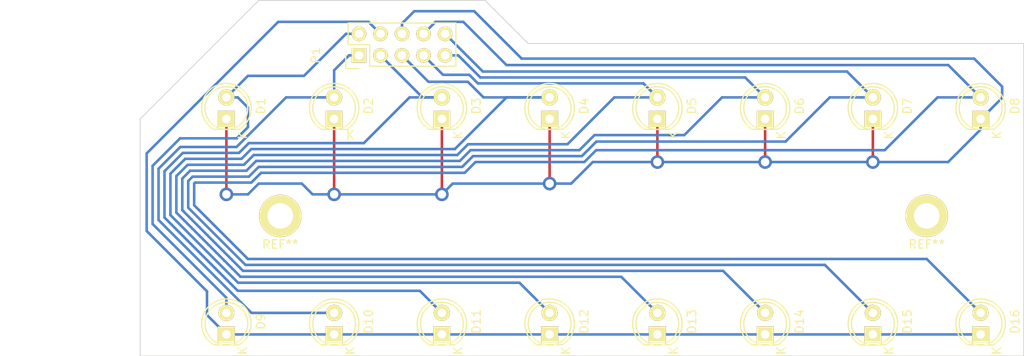
<source format=kicad_pcb>
(kicad_pcb (version 4) (host pcbnew 4.0.2-stable)

  (general
    (links 32)
    (no_connects 0)
    (area 24.464287 49.479999 144.939 91.490001)
    (thickness 1.6)
    (drawings 8)
    (tracks 187)
    (zones 0)
    (modules 19)
    (nets 11)
  )

  (page A4)
  (layers
    (0 F.Cu signal)
    (31 B.Cu signal)
    (32 B.Adhes user)
    (33 F.Adhes user)
    (34 B.Paste user)
    (35 F.Paste user)
    (36 B.SilkS user)
    (37 F.SilkS user)
    (38 B.Mask user)
    (39 F.Mask user)
    (40 Dwgs.User user)
    (41 Cmts.User user)
    (42 Eco1.User user)
    (43 Eco2.User user)
    (44 Edge.Cuts user)
    (45 Margin user)
    (46 B.CrtYd user)
    (47 F.CrtYd user)
    (48 B.Fab user)
    (49 F.Fab user)
  )

  (setup
    (last_trace_width 0.3)
    (trace_clearance 0.4)
    (zone_clearance 0.508)
    (zone_45_only no)
    (trace_min 0.2)
    (segment_width 0.2)
    (edge_width 0.1)
    (via_size 1.6)
    (via_drill 1)
    (via_min_size 0.4)
    (via_min_drill 0.3)
    (uvia_size 0.3)
    (uvia_drill 0.1)
    (uvias_allowed no)
    (uvia_min_size 0.2)
    (uvia_min_drill 0.1)
    (pcb_text_width 0.3)
    (pcb_text_size 1.5 1.5)
    (mod_edge_width 0.15)
    (mod_text_size 1 1)
    (mod_text_width 0.15)
    (pad_size 1.5 1.5)
    (pad_drill 0.6)
    (pad_to_mask_clearance 0)
    (aux_axis_origin 0 0)
    (visible_elements FFFFFF7F)
    (pcbplotparams
      (layerselection 0x01000_80000001)
      (usegerberextensions false)
      (excludeedgelayer true)
      (linewidth 0.100000)
      (plotframeref false)
      (viasonmask false)
      (mode 1)
      (useauxorigin false)
      (hpglpennumber 1)
      (hpglpenspeed 20)
      (hpglpendiameter 15)
      (hpglpenoverlay 2)
      (psnegative false)
      (psa4output false)
      (plotreference true)
      (plotvalue true)
      (plotinvisibletext false)
      (padsonsilk false)
      (subtractmaskfromsilk false)
      (outputformat 1)
      (mirror false)
      (drillshape 0)
      (scaleselection 1)
      (outputdirectory ../plans/v1_board_assembly/))
  )

  (net 0 "")
  (net 1 /DIGITA)
  (net 2 /SEG0)
  (net 3 /SEG1)
  (net 4 /SEG2)
  (net 5 /SEG3)
  (net 6 /SEG4)
  (net 7 /SEG5)
  (net 8 /SEG6)
  (net 9 /SEG7)
  (net 10 /DIGITB)

  (net_class Default "This is the default net class."
    (clearance 0.4)
    (trace_width 0.3)
    (via_dia 1.6)
    (via_drill 1)
    (uvia_dia 0.3)
    (uvia_drill 0.1)
    (add_net /DIGITA)
    (add_net /DIGITB)
    (add_net /SEG0)
    (add_net /SEG1)
    (add_net /SEG2)
    (add_net /SEG3)
    (add_net /SEG4)
    (add_net /SEG5)
    (add_net /SEG6)
    (add_net /SEG7)
  )

  (module Pin_Headers:Pin_Header_Straight_2x05 (layer F.Cu) (tedit 0) (tstamp 57AC486C)
    (at 66.421 56.007 90)
    (descr "Through hole pin header")
    (tags "pin header")
    (path /57AC80A3)
    (fp_text reference P1 (at 0 -5.1 90) (layer F.SilkS)
      (effects (font (size 1 1) (thickness 0.15)))
    )
    (fp_text value CONN_02X05 (at 0 -3.1 90) (layer F.Fab)
      (effects (font (size 1 1) (thickness 0.15)))
    )
    (fp_line (start -1.75 -1.75) (end -1.75 11.95) (layer F.CrtYd) (width 0.05))
    (fp_line (start 4.3 -1.75) (end 4.3 11.95) (layer F.CrtYd) (width 0.05))
    (fp_line (start -1.75 -1.75) (end 4.3 -1.75) (layer F.CrtYd) (width 0.05))
    (fp_line (start -1.75 11.95) (end 4.3 11.95) (layer F.CrtYd) (width 0.05))
    (fp_line (start 3.81 -1.27) (end 3.81 11.43) (layer F.SilkS) (width 0.15))
    (fp_line (start 3.81 11.43) (end -1.27 11.43) (layer F.SilkS) (width 0.15))
    (fp_line (start -1.27 11.43) (end -1.27 1.27) (layer F.SilkS) (width 0.15))
    (fp_line (start 3.81 -1.27) (end 1.27 -1.27) (layer F.SilkS) (width 0.15))
    (fp_line (start 0 -1.55) (end -1.55 -1.55) (layer F.SilkS) (width 0.15))
    (fp_line (start 1.27 -1.27) (end 1.27 1.27) (layer F.SilkS) (width 0.15))
    (fp_line (start 1.27 1.27) (end -1.27 1.27) (layer F.SilkS) (width 0.15))
    (fp_line (start -1.55 -1.55) (end -1.55 0) (layer F.SilkS) (width 0.15))
    (pad 1 thru_hole rect (at 0 0 90) (size 1.7272 1.7272) (drill 1.016) (layers *.Cu *.Mask F.SilkS)
      (net 3 /SEG1))
    (pad 2 thru_hole oval (at 2.54 0 90) (size 1.7272 1.7272) (drill 1.016) (layers *.Cu *.Mask F.SilkS)
      (net 2 /SEG0))
    (pad 3 thru_hole oval (at 0 2.54 90) (size 1.7272 1.7272) (drill 1.016) (layers *.Cu *.Mask F.SilkS)
      (net 4 /SEG2))
    (pad 4 thru_hole oval (at 2.54 2.54 90) (size 1.7272 1.7272) (drill 1.016) (layers *.Cu *.Mask F.SilkS)
      (net 1 /DIGITA))
    (pad 5 thru_hole oval (at 0 5.08 90) (size 1.7272 1.7272) (drill 1.016) (layers *.Cu *.Mask F.SilkS)
      (net 5 /SEG3))
    (pad 6 thru_hole oval (at 2.54 5.08 90) (size 1.7272 1.7272) (drill 1.016) (layers *.Cu *.Mask F.SilkS)
      (net 10 /DIGITB))
    (pad 7 thru_hole oval (at 0 7.62 90) (size 1.7272 1.7272) (drill 1.016) (layers *.Cu *.Mask F.SilkS)
      (net 6 /SEG4))
    (pad 8 thru_hole oval (at 2.54 7.62 90) (size 1.7272 1.7272) (drill 1.016) (layers *.Cu *.Mask F.SilkS)
      (net 9 /SEG7))
    (pad 9 thru_hole oval (at 0 10.16 90) (size 1.7272 1.7272) (drill 1.016) (layers *.Cu *.Mask F.SilkS)
      (net 7 /SEG5))
    (pad 10 thru_hole oval (at 2.54 10.16 90) (size 1.7272 1.7272) (drill 1.016) (layers *.Cu *.Mask F.SilkS)
      (net 8 /SEG6))
    (model Pin_Headers.3dshapes/Pin_Header_Straight_2x05.wrl
      (at (xyz 0.05 -0.2 0))
      (scale (xyz 1 1 1))
      (rotate (xyz 0 0 90))
    )
  )

  (module myparts:LED-5MM-custom (layer F.Cu) (tedit 57A70E27) (tstamp 57AC478F)
    (at 50.8 63.5 90)
    (descr "LED 5mm round vertical")
    (tags "LED 5mm round vertical")
    (path /57AC805C/57A35D23)
    (fp_text reference D1 (at 1.524 4.064 90) (layer F.SilkS)
      (effects (font (size 1 1) (thickness 0.15)))
    )
    (fp_text value LED (at 1.524 -3.937 90) (layer F.Fab)
      (effects (font (size 1 1) (thickness 0.15)))
    )
    (fp_circle (center 1.27 0) (end 3.77 0) (layer B.Fab) (width 0.15))
    (fp_line (start -1.5 -1.55) (end -1.5 1.55) (layer F.CrtYd) (width 0.05))
    (fp_arc (start 1.3 0) (end -1.5 1.55) (angle -302) (layer F.CrtYd) (width 0.05))
    (fp_arc (start 1.27 0) (end -1.23 -1.5) (angle 297.5) (layer F.SilkS) (width 0.15))
    (fp_line (start -1.23 1.5) (end -1.23 -1.5) (layer F.SilkS) (width 0.15))
    (fp_circle (center 1.27 0) (end 0.97 -2.5) (layer F.SilkS) (width 0.15))
    (fp_text user K (at -1.905 1.905 90) (layer F.SilkS)
      (effects (font (size 1 1) (thickness 0.15)))
    )
    (pad 1 thru_hole rect (at 0 0 180) (size 2 1.9) (drill 1.00076) (layers *.Cu *.Mask F.SilkS)
      (net 10 /DIGITB))
    (pad 2 thru_hole circle (at 2.54 0 90) (size 1.9 1.9) (drill 1.00076) (layers *.Cu *.Mask F.SilkS)
      (net 2 /SEG0))
    (model LEDs.3dshapes/LED-5MM.wrl
      (at (xyz 0.05 0 0))
      (scale (xyz 1 1 1))
      (rotate (xyz 0 0 90))
    )
  )

  (module myparts:LED-5MM-custom (layer F.Cu) (tedit 57A70E27) (tstamp 57AC479C)
    (at 63.5 63.5 90)
    (descr "LED 5mm round vertical")
    (tags "LED 5mm round vertical")
    (path /57AC805C/57A35D1D)
    (fp_text reference D2 (at 1.524 4.064 90) (layer F.SilkS)
      (effects (font (size 1 1) (thickness 0.15)))
    )
    (fp_text value LED (at 1.524 -3.937 90) (layer F.Fab)
      (effects (font (size 1 1) (thickness 0.15)))
    )
    (fp_circle (center 1.27 0) (end 3.77 0) (layer B.Fab) (width 0.15))
    (fp_line (start -1.5 -1.55) (end -1.5 1.55) (layer F.CrtYd) (width 0.05))
    (fp_arc (start 1.3 0) (end -1.5 1.55) (angle -302) (layer F.CrtYd) (width 0.05))
    (fp_arc (start 1.27 0) (end -1.23 -1.5) (angle 297.5) (layer F.SilkS) (width 0.15))
    (fp_line (start -1.23 1.5) (end -1.23 -1.5) (layer F.SilkS) (width 0.15))
    (fp_circle (center 1.27 0) (end 0.97 -2.5) (layer F.SilkS) (width 0.15))
    (fp_text user K (at -1.905 1.905 180) (layer F.SilkS)
      (effects (font (size 1 1) (thickness 0.15)))
    )
    (pad 1 thru_hole rect (at 0 0 180) (size 2 1.9) (drill 1.00076) (layers *.Cu *.Mask F.SilkS)
      (net 10 /DIGITB))
    (pad 2 thru_hole circle (at 2.54 0 90) (size 1.9 1.9) (drill 1.00076) (layers *.Cu *.Mask F.SilkS)
      (net 3 /SEG1))
    (model LEDs.3dshapes/LED-5MM.wrl
      (at (xyz 0.05 0 0))
      (scale (xyz 1 1 1))
      (rotate (xyz 0 0 90))
    )
  )

  (module myparts:LED-5MM-custom (layer F.Cu) (tedit 57A70E27) (tstamp 57AC47A9)
    (at 76.2 63.5 90)
    (descr "LED 5mm round vertical")
    (tags "LED 5mm round vertical")
    (path /57AC805C/57A35D17)
    (fp_text reference D3 (at 1.524 4.064 90) (layer F.SilkS)
      (effects (font (size 1 1) (thickness 0.15)))
    )
    (fp_text value LED (at 1.524 -3.937 90) (layer F.Fab)
      (effects (font (size 1 1) (thickness 0.15)))
    )
    (fp_circle (center 1.27 0) (end 3.77 0) (layer B.Fab) (width 0.15))
    (fp_line (start -1.5 -1.55) (end -1.5 1.55) (layer F.CrtYd) (width 0.05))
    (fp_arc (start 1.3 0) (end -1.5 1.55) (angle -302) (layer F.CrtYd) (width 0.05))
    (fp_arc (start 1.27 0) (end -1.23 -1.5) (angle 297.5) (layer F.SilkS) (width 0.15))
    (fp_line (start -1.23 1.5) (end -1.23 -1.5) (layer F.SilkS) (width 0.15))
    (fp_circle (center 1.27 0) (end 0.97 -2.5) (layer F.SilkS) (width 0.15))
    (fp_text user K (at -1.905 1.905 90) (layer F.SilkS)
      (effects (font (size 1 1) (thickness 0.15)))
    )
    (pad 1 thru_hole rect (at 0 0 180) (size 2 1.9) (drill 1.00076) (layers *.Cu *.Mask F.SilkS)
      (net 10 /DIGITB))
    (pad 2 thru_hole circle (at 2.54 0 90) (size 1.9 1.9) (drill 1.00076) (layers *.Cu *.Mask F.SilkS)
      (net 4 /SEG2))
    (model LEDs.3dshapes/LED-5MM.wrl
      (at (xyz 0.05 0 0))
      (scale (xyz 1 1 1))
      (rotate (xyz 0 0 90))
    )
  )

  (module myparts:LED-5MM-custom (layer F.Cu) (tedit 57A70E27) (tstamp 57AC47B6)
    (at 88.9 63.5 90)
    (descr "LED 5mm round vertical")
    (tags "LED 5mm round vertical")
    (path /57AC805C/57A35D11)
    (fp_text reference D4 (at 1.524 4.064 90) (layer F.SilkS)
      (effects (font (size 1 1) (thickness 0.15)))
    )
    (fp_text value LED (at 1.524 -3.937 90) (layer F.Fab)
      (effects (font (size 1 1) (thickness 0.15)))
    )
    (fp_circle (center 1.27 0) (end 3.77 0) (layer B.Fab) (width 0.15))
    (fp_line (start -1.5 -1.55) (end -1.5 1.55) (layer F.CrtYd) (width 0.05))
    (fp_arc (start 1.3 0) (end -1.5 1.55) (angle -302) (layer F.CrtYd) (width 0.05))
    (fp_arc (start 1.27 0) (end -1.23 -1.5) (angle 297.5) (layer F.SilkS) (width 0.15))
    (fp_line (start -1.23 1.5) (end -1.23 -1.5) (layer F.SilkS) (width 0.15))
    (fp_circle (center 1.27 0) (end 0.97 -2.5) (layer F.SilkS) (width 0.15))
    (fp_text user K (at -1.905 1.905 90) (layer F.SilkS)
      (effects (font (size 1 1) (thickness 0.15)))
    )
    (pad 1 thru_hole rect (at 0 0 180) (size 2 1.9) (drill 1.00076) (layers *.Cu *.Mask F.SilkS)
      (net 10 /DIGITB))
    (pad 2 thru_hole circle (at 2.54 0 90) (size 1.9 1.9) (drill 1.00076) (layers *.Cu *.Mask F.SilkS)
      (net 5 /SEG3))
    (model LEDs.3dshapes/LED-5MM.wrl
      (at (xyz 0.05 0 0))
      (scale (xyz 1 1 1))
      (rotate (xyz 0 0 90))
    )
  )

  (module myparts:LED-5MM-custom (layer F.Cu) (tedit 57A70E27) (tstamp 57AC47C3)
    (at 101.6 63.5 90)
    (descr "LED 5mm round vertical")
    (tags "LED 5mm round vertical")
    (path /57AC805C/57A35BD9)
    (fp_text reference D5 (at 1.524 4.064 90) (layer F.SilkS)
      (effects (font (size 1 1) (thickness 0.15)))
    )
    (fp_text value LED (at 1.524 -3.937 90) (layer F.Fab)
      (effects (font (size 1 1) (thickness 0.15)))
    )
    (fp_circle (center 1.27 0) (end 3.77 0) (layer B.Fab) (width 0.15))
    (fp_line (start -1.5 -1.55) (end -1.5 1.55) (layer F.CrtYd) (width 0.05))
    (fp_arc (start 1.3 0) (end -1.5 1.55) (angle -302) (layer F.CrtYd) (width 0.05))
    (fp_arc (start 1.27 0) (end -1.23 -1.5) (angle 297.5) (layer F.SilkS) (width 0.15))
    (fp_line (start -1.23 1.5) (end -1.23 -1.5) (layer F.SilkS) (width 0.15))
    (fp_circle (center 1.27 0) (end 0.97 -2.5) (layer F.SilkS) (width 0.15))
    (fp_text user K (at -1.905 1.905 90) (layer F.SilkS)
      (effects (font (size 1 1) (thickness 0.15)))
    )
    (pad 1 thru_hole rect (at 0 0 180) (size 2 1.9) (drill 1.00076) (layers *.Cu *.Mask F.SilkS)
      (net 10 /DIGITB))
    (pad 2 thru_hole circle (at 2.54 0 90) (size 1.9 1.9) (drill 1.00076) (layers *.Cu *.Mask F.SilkS)
      (net 6 /SEG4))
    (model LEDs.3dshapes/LED-5MM.wrl
      (at (xyz 0.05 0 0))
      (scale (xyz 1 1 1))
      (rotate (xyz 0 0 90))
    )
  )

  (module myparts:LED-5MM-custom (layer F.Cu) (tedit 57A70E27) (tstamp 57AC47D0)
    (at 114.3 63.5 90)
    (descr "LED 5mm round vertical")
    (tags "LED 5mm round vertical")
    (path /57AC805C/57A35BB5)
    (fp_text reference D6 (at 1.524 4.064 90) (layer F.SilkS)
      (effects (font (size 1 1) (thickness 0.15)))
    )
    (fp_text value LED (at 1.524 -3.937 90) (layer F.Fab)
      (effects (font (size 1 1) (thickness 0.15)))
    )
    (fp_circle (center 1.27 0) (end 3.77 0) (layer B.Fab) (width 0.15))
    (fp_line (start -1.5 -1.55) (end -1.5 1.55) (layer F.CrtYd) (width 0.05))
    (fp_arc (start 1.3 0) (end -1.5 1.55) (angle -302) (layer F.CrtYd) (width 0.05))
    (fp_arc (start 1.27 0) (end -1.23 -1.5) (angle 297.5) (layer F.SilkS) (width 0.15))
    (fp_line (start -1.23 1.5) (end -1.23 -1.5) (layer F.SilkS) (width 0.15))
    (fp_circle (center 1.27 0) (end 0.97 -2.5) (layer F.SilkS) (width 0.15))
    (fp_text user K (at -1.905 1.905 90) (layer F.SilkS)
      (effects (font (size 1 1) (thickness 0.15)))
    )
    (pad 1 thru_hole rect (at 0 0 180) (size 2 1.9) (drill 1.00076) (layers *.Cu *.Mask F.SilkS)
      (net 10 /DIGITB))
    (pad 2 thru_hole circle (at 2.54 0 90) (size 1.9 1.9) (drill 1.00076) (layers *.Cu *.Mask F.SilkS)
      (net 7 /SEG5))
    (model LEDs.3dshapes/LED-5MM.wrl
      (at (xyz 0.05 0 0))
      (scale (xyz 1 1 1))
      (rotate (xyz 0 0 90))
    )
  )

  (module myparts:LED-5MM-custom (layer F.Cu) (tedit 57A70E27) (tstamp 57AC47DD)
    (at 127 63.5 90)
    (descr "LED 5mm round vertical")
    (tags "LED 5mm round vertical")
    (path /57AC805C/57A35B88)
    (fp_text reference D7 (at 1.524 4.064 90) (layer F.SilkS)
      (effects (font (size 1 1) (thickness 0.15)))
    )
    (fp_text value LED (at 1.524 -3.937 90) (layer F.Fab)
      (effects (font (size 1 1) (thickness 0.15)))
    )
    (fp_circle (center 1.27 0) (end 3.77 0) (layer B.Fab) (width 0.15))
    (fp_line (start -1.5 -1.55) (end -1.5 1.55) (layer F.CrtYd) (width 0.05))
    (fp_arc (start 1.3 0) (end -1.5 1.55) (angle -302) (layer F.CrtYd) (width 0.05))
    (fp_arc (start 1.27 0) (end -1.23 -1.5) (angle 297.5) (layer F.SilkS) (width 0.15))
    (fp_line (start -1.23 1.5) (end -1.23 -1.5) (layer F.SilkS) (width 0.15))
    (fp_circle (center 1.27 0) (end 0.97 -2.5) (layer F.SilkS) (width 0.15))
    (fp_text user K (at -1.905 1.905 90) (layer F.SilkS)
      (effects (font (size 1 1) (thickness 0.15)))
    )
    (pad 1 thru_hole rect (at 0 0 180) (size 2 1.9) (drill 1.00076) (layers *.Cu *.Mask F.SilkS)
      (net 10 /DIGITB))
    (pad 2 thru_hole circle (at 2.54 0 90) (size 1.9 1.9) (drill 1.00076) (layers *.Cu *.Mask F.SilkS)
      (net 8 /SEG6))
    (model LEDs.3dshapes/LED-5MM.wrl
      (at (xyz 0.05 0 0))
      (scale (xyz 1 1 1))
      (rotate (xyz 0 0 90))
    )
  )

  (module myparts:LED-5MM-custom (layer F.Cu) (tedit 57A70E27) (tstamp 57AC47EA)
    (at 139.7 63.5 90)
    (descr "LED 5mm round vertical")
    (tags "LED 5mm round vertical")
    (path /57AC805C/57A35AD5)
    (fp_text reference D8 (at 1.524 4.064 90) (layer F.SilkS)
      (effects (font (size 1 1) (thickness 0.15)))
    )
    (fp_text value LED (at 1.524 -3.937 90) (layer F.Fab)
      (effects (font (size 1 1) (thickness 0.15)))
    )
    (fp_circle (center 1.27 0) (end 3.77 0) (layer B.Fab) (width 0.15))
    (fp_line (start -1.5 -1.55) (end -1.5 1.55) (layer F.CrtYd) (width 0.05))
    (fp_arc (start 1.3 0) (end -1.5 1.55) (angle -302) (layer F.CrtYd) (width 0.05))
    (fp_arc (start 1.27 0) (end -1.23 -1.5) (angle 297.5) (layer F.SilkS) (width 0.15))
    (fp_line (start -1.23 1.5) (end -1.23 -1.5) (layer F.SilkS) (width 0.15))
    (fp_circle (center 1.27 0) (end 0.97 -2.5) (layer F.SilkS) (width 0.15))
    (fp_text user K (at -1.905 1.905 90) (layer F.SilkS)
      (effects (font (size 1 1) (thickness 0.15)))
    )
    (pad 1 thru_hole rect (at 0 0 180) (size 2 1.9) (drill 1.00076) (layers *.Cu *.Mask F.SilkS)
      (net 10 /DIGITB))
    (pad 2 thru_hole circle (at 2.54 0 90) (size 1.9 1.9) (drill 1.00076) (layers *.Cu *.Mask F.SilkS)
      (net 9 /SEG7))
    (model LEDs.3dshapes/LED-5MM.wrl
      (at (xyz 0.05 0 0))
      (scale (xyz 1 1 1))
      (rotate (xyz 0 0 90))
    )
  )

  (module myparts:LED-5MM-custom (layer F.Cu) (tedit 57A70E27) (tstamp 57AC47F7)
    (at 50.8 88.9 90)
    (descr "LED 5mm round vertical")
    (tags "LED 5mm round vertical")
    (path /57AC8082/57A35D23)
    (fp_text reference D9 (at 1.524 4.064 90) (layer F.SilkS)
      (effects (font (size 1 1) (thickness 0.15)))
    )
    (fp_text value LED (at 1.524 -3.937 90) (layer F.Fab)
      (effects (font (size 1 1) (thickness 0.15)))
    )
    (fp_circle (center 1.27 0) (end 3.77 0) (layer B.Fab) (width 0.15))
    (fp_line (start -1.5 -1.55) (end -1.5 1.55) (layer F.CrtYd) (width 0.05))
    (fp_arc (start 1.3 0) (end -1.5 1.55) (angle -302) (layer F.CrtYd) (width 0.05))
    (fp_arc (start 1.27 0) (end -1.23 -1.5) (angle 297.5) (layer F.SilkS) (width 0.15))
    (fp_line (start -1.23 1.5) (end -1.23 -1.5) (layer F.SilkS) (width 0.15))
    (fp_circle (center 1.27 0) (end 0.97 -2.5) (layer F.SilkS) (width 0.15))
    (fp_text user K (at -1.905 1.905 90) (layer F.SilkS)
      (effects (font (size 1 1) (thickness 0.15)))
    )
    (pad 1 thru_hole rect (at 0 0 180) (size 2 1.9) (drill 1.00076) (layers *.Cu *.Mask F.SilkS)
      (net 1 /DIGITA))
    (pad 2 thru_hole circle (at 2.54 0 90) (size 1.9 1.9) (drill 1.00076) (layers *.Cu *.Mask F.SilkS)
      (net 2 /SEG0))
    (model LEDs.3dshapes/LED-5MM.wrl
      (at (xyz 0.05 0 0))
      (scale (xyz 1 1 1))
      (rotate (xyz 0 0 90))
    )
  )

  (module myparts:LED-5MM-custom (layer F.Cu) (tedit 57A70E27) (tstamp 57AC4804)
    (at 63.5 88.9 90)
    (descr "LED 5mm round vertical")
    (tags "LED 5mm round vertical")
    (path /57AC8082/57A35D1D)
    (fp_text reference D10 (at 1.524 4.064 90) (layer F.SilkS)
      (effects (font (size 1 1) (thickness 0.15)))
    )
    (fp_text value LED (at 1.524 -3.937 90) (layer F.Fab)
      (effects (font (size 1 1) (thickness 0.15)))
    )
    (fp_circle (center 1.27 0) (end 3.77 0) (layer B.Fab) (width 0.15))
    (fp_line (start -1.5 -1.55) (end -1.5 1.55) (layer F.CrtYd) (width 0.05))
    (fp_arc (start 1.3 0) (end -1.5 1.55) (angle -302) (layer F.CrtYd) (width 0.05))
    (fp_arc (start 1.27 0) (end -1.23 -1.5) (angle 297.5) (layer F.SilkS) (width 0.15))
    (fp_line (start -1.23 1.5) (end -1.23 -1.5) (layer F.SilkS) (width 0.15))
    (fp_circle (center 1.27 0) (end 0.97 -2.5) (layer F.SilkS) (width 0.15))
    (fp_text user K (at -1.905 1.905 90) (layer F.SilkS)
      (effects (font (size 1 1) (thickness 0.15)))
    )
    (pad 1 thru_hole rect (at 0 0 180) (size 2 1.9) (drill 1.00076) (layers *.Cu *.Mask F.SilkS)
      (net 1 /DIGITA))
    (pad 2 thru_hole circle (at 2.54 0 90) (size 1.9 1.9) (drill 1.00076) (layers *.Cu *.Mask F.SilkS)
      (net 3 /SEG1))
    (model LEDs.3dshapes/LED-5MM.wrl
      (at (xyz 0.05 0 0))
      (scale (xyz 1 1 1))
      (rotate (xyz 0 0 90))
    )
  )

  (module myparts:LED-5MM-custom (layer F.Cu) (tedit 57A70E27) (tstamp 57AC4811)
    (at 76.2 88.9 90)
    (descr "LED 5mm round vertical")
    (tags "LED 5mm round vertical")
    (path /57AC8082/57A35D17)
    (fp_text reference D11 (at 1.524 4.064 90) (layer F.SilkS)
      (effects (font (size 1 1) (thickness 0.15)))
    )
    (fp_text value LED (at 1.524 -3.937 90) (layer F.Fab)
      (effects (font (size 1 1) (thickness 0.15)))
    )
    (fp_circle (center 1.27 0) (end 3.77 0) (layer B.Fab) (width 0.15))
    (fp_line (start -1.5 -1.55) (end -1.5 1.55) (layer F.CrtYd) (width 0.05))
    (fp_arc (start 1.3 0) (end -1.5 1.55) (angle -302) (layer F.CrtYd) (width 0.05))
    (fp_arc (start 1.27 0) (end -1.23 -1.5) (angle 297.5) (layer F.SilkS) (width 0.15))
    (fp_line (start -1.23 1.5) (end -1.23 -1.5) (layer F.SilkS) (width 0.15))
    (fp_circle (center 1.27 0) (end 0.97 -2.5) (layer F.SilkS) (width 0.15))
    (fp_text user K (at -1.905 1.905 90) (layer F.SilkS)
      (effects (font (size 1 1) (thickness 0.15)))
    )
    (pad 1 thru_hole rect (at 0 0 180) (size 2 1.9) (drill 1.00076) (layers *.Cu *.Mask F.SilkS)
      (net 1 /DIGITA))
    (pad 2 thru_hole circle (at 2.54 0 90) (size 1.9 1.9) (drill 1.00076) (layers *.Cu *.Mask F.SilkS)
      (net 4 /SEG2))
    (model LEDs.3dshapes/LED-5MM.wrl
      (at (xyz 0.05 0 0))
      (scale (xyz 1 1 1))
      (rotate (xyz 0 0 90))
    )
  )

  (module myparts:LED-5MM-custom (layer F.Cu) (tedit 57A70E27) (tstamp 57AC481E)
    (at 88.9 88.9 90)
    (descr "LED 5mm round vertical")
    (tags "LED 5mm round vertical")
    (path /57AC8082/57A35D11)
    (fp_text reference D12 (at 1.524 4.064 90) (layer F.SilkS)
      (effects (font (size 1 1) (thickness 0.15)))
    )
    (fp_text value LED (at 1.524 -3.937 90) (layer F.Fab)
      (effects (font (size 1 1) (thickness 0.15)))
    )
    (fp_circle (center 1.27 0) (end 3.77 0) (layer B.Fab) (width 0.15))
    (fp_line (start -1.5 -1.55) (end -1.5 1.55) (layer F.CrtYd) (width 0.05))
    (fp_arc (start 1.3 0) (end -1.5 1.55) (angle -302) (layer F.CrtYd) (width 0.05))
    (fp_arc (start 1.27 0) (end -1.23 -1.5) (angle 297.5) (layer F.SilkS) (width 0.15))
    (fp_line (start -1.23 1.5) (end -1.23 -1.5) (layer F.SilkS) (width 0.15))
    (fp_circle (center 1.27 0) (end 0.97 -2.5) (layer F.SilkS) (width 0.15))
    (fp_text user K (at -1.905 1.905 90) (layer F.SilkS)
      (effects (font (size 1 1) (thickness 0.15)))
    )
    (pad 1 thru_hole rect (at 0 0 180) (size 2 1.9) (drill 1.00076) (layers *.Cu *.Mask F.SilkS)
      (net 1 /DIGITA))
    (pad 2 thru_hole circle (at 2.54 0 90) (size 1.9 1.9) (drill 1.00076) (layers *.Cu *.Mask F.SilkS)
      (net 5 /SEG3))
    (model LEDs.3dshapes/LED-5MM.wrl
      (at (xyz 0.05 0 0))
      (scale (xyz 1 1 1))
      (rotate (xyz 0 0 90))
    )
  )

  (module myparts:LED-5MM-custom (layer F.Cu) (tedit 57A70E27) (tstamp 57AC482B)
    (at 101.6 88.9 90)
    (descr "LED 5mm round vertical")
    (tags "LED 5mm round vertical")
    (path /57AC8082/57A35BD9)
    (fp_text reference D13 (at 1.524 4.064 90) (layer F.SilkS)
      (effects (font (size 1 1) (thickness 0.15)))
    )
    (fp_text value LED (at 1.524 -3.937 90) (layer F.Fab)
      (effects (font (size 1 1) (thickness 0.15)))
    )
    (fp_circle (center 1.27 0) (end 3.77 0) (layer B.Fab) (width 0.15))
    (fp_line (start -1.5 -1.55) (end -1.5 1.55) (layer F.CrtYd) (width 0.05))
    (fp_arc (start 1.3 0) (end -1.5 1.55) (angle -302) (layer F.CrtYd) (width 0.05))
    (fp_arc (start 1.27 0) (end -1.23 -1.5) (angle 297.5) (layer F.SilkS) (width 0.15))
    (fp_line (start -1.23 1.5) (end -1.23 -1.5) (layer F.SilkS) (width 0.15))
    (fp_circle (center 1.27 0) (end 0.97 -2.5) (layer F.SilkS) (width 0.15))
    (fp_text user K (at -1.905 1.905 90) (layer F.SilkS)
      (effects (font (size 1 1) (thickness 0.15)))
    )
    (pad 1 thru_hole rect (at 0 0 180) (size 2 1.9) (drill 1.00076) (layers *.Cu *.Mask F.SilkS)
      (net 1 /DIGITA))
    (pad 2 thru_hole circle (at 2.54 0 90) (size 1.9 1.9) (drill 1.00076) (layers *.Cu *.Mask F.SilkS)
      (net 6 /SEG4))
    (model LEDs.3dshapes/LED-5MM.wrl
      (at (xyz 0.05 0 0))
      (scale (xyz 1 1 1))
      (rotate (xyz 0 0 90))
    )
  )

  (module myparts:LED-5MM-custom (layer F.Cu) (tedit 57A70E27) (tstamp 57AC4838)
    (at 114.3 88.9 90)
    (descr "LED 5mm round vertical")
    (tags "LED 5mm round vertical")
    (path /57AC8082/57A35BB5)
    (fp_text reference D14 (at 1.524 4.064 90) (layer F.SilkS)
      (effects (font (size 1 1) (thickness 0.15)))
    )
    (fp_text value LED (at 1.524 -3.937 90) (layer F.Fab)
      (effects (font (size 1 1) (thickness 0.15)))
    )
    (fp_circle (center 1.27 0) (end 3.77 0) (layer B.Fab) (width 0.15))
    (fp_line (start -1.5 -1.55) (end -1.5 1.55) (layer F.CrtYd) (width 0.05))
    (fp_arc (start 1.3 0) (end -1.5 1.55) (angle -302) (layer F.CrtYd) (width 0.05))
    (fp_arc (start 1.27 0) (end -1.23 -1.5) (angle 297.5) (layer F.SilkS) (width 0.15))
    (fp_line (start -1.23 1.5) (end -1.23 -1.5) (layer F.SilkS) (width 0.15))
    (fp_circle (center 1.27 0) (end 0.97 -2.5) (layer F.SilkS) (width 0.15))
    (fp_text user K (at -1.905 1.905 90) (layer F.SilkS)
      (effects (font (size 1 1) (thickness 0.15)))
    )
    (pad 1 thru_hole rect (at 0 0 180) (size 2 1.9) (drill 1.00076) (layers *.Cu *.Mask F.SilkS)
      (net 1 /DIGITA))
    (pad 2 thru_hole circle (at 2.54 0 90) (size 1.9 1.9) (drill 1.00076) (layers *.Cu *.Mask F.SilkS)
      (net 7 /SEG5))
    (model LEDs.3dshapes/LED-5MM.wrl
      (at (xyz 0.05 0 0))
      (scale (xyz 1 1 1))
      (rotate (xyz 0 0 90))
    )
  )

  (module myparts:LED-5MM-custom (layer F.Cu) (tedit 57A70E27) (tstamp 57AC4845)
    (at 127 88.9 90)
    (descr "LED 5mm round vertical")
    (tags "LED 5mm round vertical")
    (path /57AC8082/57A35B88)
    (fp_text reference D15 (at 1.524 4.064 90) (layer F.SilkS)
      (effects (font (size 1 1) (thickness 0.15)))
    )
    (fp_text value LED (at 1.524 -3.937 90) (layer F.Fab)
      (effects (font (size 1 1) (thickness 0.15)))
    )
    (fp_circle (center 1.27 0) (end 3.77 0) (layer B.Fab) (width 0.15))
    (fp_line (start -1.5 -1.55) (end -1.5 1.55) (layer F.CrtYd) (width 0.05))
    (fp_arc (start 1.3 0) (end -1.5 1.55) (angle -302) (layer F.CrtYd) (width 0.05))
    (fp_arc (start 1.27 0) (end -1.23 -1.5) (angle 297.5) (layer F.SilkS) (width 0.15))
    (fp_line (start -1.23 1.5) (end -1.23 -1.5) (layer F.SilkS) (width 0.15))
    (fp_circle (center 1.27 0) (end 0.97 -2.5) (layer F.SilkS) (width 0.15))
    (fp_text user K (at -1.905 1.905 90) (layer F.SilkS)
      (effects (font (size 1 1) (thickness 0.15)))
    )
    (pad 1 thru_hole rect (at 0 0 180) (size 2 1.9) (drill 1.00076) (layers *.Cu *.Mask F.SilkS)
      (net 1 /DIGITA))
    (pad 2 thru_hole circle (at 2.54 0 90) (size 1.9 1.9) (drill 1.00076) (layers *.Cu *.Mask F.SilkS)
      (net 8 /SEG6))
    (model LEDs.3dshapes/LED-5MM.wrl
      (at (xyz 0.05 0 0))
      (scale (xyz 1 1 1))
      (rotate (xyz 0 0 90))
    )
  )

  (module myparts:LED-5MM-custom (layer F.Cu) (tedit 57A70E27) (tstamp 57AC4852)
    (at 139.7 88.9 90)
    (descr "LED 5mm round vertical")
    (tags "LED 5mm round vertical")
    (path /57AC8082/57A35AD5)
    (fp_text reference D16 (at 1.524 4.064 90) (layer F.SilkS)
      (effects (font (size 1 1) (thickness 0.15)))
    )
    (fp_text value LED (at 1.524 -3.937 90) (layer F.Fab)
      (effects (font (size 1 1) (thickness 0.15)))
    )
    (fp_circle (center 1.27 0) (end 3.77 0) (layer B.Fab) (width 0.15))
    (fp_line (start -1.5 -1.55) (end -1.5 1.55) (layer F.CrtYd) (width 0.05))
    (fp_arc (start 1.3 0) (end -1.5 1.55) (angle -302) (layer F.CrtYd) (width 0.05))
    (fp_arc (start 1.27 0) (end -1.23 -1.5) (angle 297.5) (layer F.SilkS) (width 0.15))
    (fp_line (start -1.23 1.5) (end -1.23 -1.5) (layer F.SilkS) (width 0.15))
    (fp_circle (center 1.27 0) (end 0.97 -2.5) (layer F.SilkS) (width 0.15))
    (fp_text user K (at -1.905 1.905 90) (layer F.SilkS)
      (effects (font (size 1 1) (thickness 0.15)))
    )
    (pad 1 thru_hole rect (at 0 0 180) (size 2 1.9) (drill 1.00076) (layers *.Cu *.Mask F.SilkS)
      (net 1 /DIGITA))
    (pad 2 thru_hole circle (at 2.54 0 90) (size 1.9 1.9) (drill 1.00076) (layers *.Cu *.Mask F.SilkS)
      (net 9 /SEG7))
    (model LEDs.3dshapes/LED-5MM.wrl
      (at (xyz 0.05 0 0))
      (scale (xyz 1 1 1))
      (rotate (xyz 0 0 90))
    )
  )

  (module myparts:HOLE_M3 (layer F.Cu) (tedit 57A712CF) (tstamp 57AC4E3F)
    (at 133.35 74.93)
    (fp_text reference REF** (at 0 3.35) (layer F.SilkS)
      (effects (font (size 1 1) (thickness 0.15)))
    )
    (fp_text value M3 (at 0 -3.5) (layer F.Fab)
      (effects (font (size 1 1) (thickness 0.15)))
    )
    (fp_circle (center 0 0) (end 1.5 0) (layer B.Fab) (width 0.15))
    (pad 1 thru_hole circle (at 0 0) (size 5 5) (drill 3) (layers *.Cu *.Mask F.SilkS))
  )

  (module myparts:HOLE_M3 (layer F.Cu) (tedit 57A712CF) (tstamp 57AC4E45)
    (at 57.15 74.93)
    (fp_text reference REF** (at 0 3.35) (layer F.SilkS)
      (effects (font (size 1 1) (thickness 0.15)))
    )
    (fp_text value M3 (at 0 -3.5) (layer F.Fab)
      (effects (font (size 1 1) (thickness 0.15)))
    )
    (fp_circle (center 0 0) (end 1.5 0) (layer B.Fab) (width 0.15))
    (pad 1 thru_hole circle (at 0 0) (size 5 5) (drill 3) (layers *.Cu *.Mask F.SilkS))
  )

  (dimension 8.89 (width 0.3) (layer Cmts.User)
    (gr_text "8.890 mm" (at 30.4 67.945 90) (layer Cmts.User)
      (effects (font (size 1.5 1.5) (thickness 0.3)))
    )
    (feature1 (pts (xy 50.8 63.5) (xy 29.05 63.5)))
    (feature2 (pts (xy 50.8 72.39) (xy 29.05 72.39)))
    (crossbar (pts (xy 31.75 72.39) (xy 31.75 63.5)))
    (arrow1a (pts (xy 31.75 63.5) (xy 32.336421 64.626504)))
    (arrow1b (pts (xy 31.75 63.5) (xy 31.163579 64.626504)))
    (arrow2a (pts (xy 31.75 72.39) (xy 32.336421 71.263496)))
    (arrow2b (pts (xy 31.75 72.39) (xy 31.163579 71.263496)))
  )
  (gr_line (start 144.78 91.44) (end 40.64 91.44) (layer Edge.Cuts) (width 0.1))
  (gr_line (start 144.78 54.61) (end 144.78 91.44) (layer Edge.Cuts) (width 0.1))
  (gr_line (start 86.36 54.61) (end 144.78 54.61) (layer Edge.Cuts) (width 0.1))
  (gr_line (start 81.28 49.53) (end 86.36 54.61) (layer Edge.Cuts) (width 0.1))
  (gr_line (start 54.61 49.53) (end 81.28 49.53) (layer Edge.Cuts) (width 0.1))
  (gr_line (start 40.64 63.5) (end 54.61 49.53) (layer Edge.Cuts) (width 0.1))
  (gr_line (start 40.64 91.44) (end 40.64 63.5) (layer Edge.Cuts) (width 0.1))

  (segment (start 68.961 53.467) (end 67.547399 52.053399) (width 0.3) (layer B.Cu) (net 1))
  (segment (start 56.912601 52.053399) (end 41.402 67.564) (width 0.3) (layer B.Cu) (net 1))
  (segment (start 67.547399 52.053399) (end 56.912601 52.053399) (width 0.3) (layer B.Cu) (net 1))
  (segment (start 41.402 67.564) (end 41.402 76.708) (width 0.3) (layer B.Cu) (net 1))
  (segment (start 41.402 76.708) (end 48.514 83.82) (width 0.3) (layer B.Cu) (net 1))
  (segment (start 48.514 83.82) (end 48.514 86.614) (width 0.3) (layer B.Cu) (net 1))
  (segment (start 48.514 86.614) (end 50.8 88.9) (width 0.3) (layer B.Cu) (net 1))
  (segment (start 127 88.9) (end 139.7 88.9) (width 0.3) (layer B.Cu) (net 1) (status 30))
  (segment (start 114.3 88.9) (end 127 88.9) (width 0.3) (layer B.Cu) (net 1) (status 30))
  (segment (start 101.6 88.9) (end 114.3 88.9) (width 0.3) (layer B.Cu) (net 1) (status 30))
  (segment (start 88.9 88.9) (end 101.6 88.9) (width 0.3) (layer B.Cu) (net 1) (status 30))
  (segment (start 76.2 88.9) (end 88.9 88.9) (width 0.3) (layer B.Cu) (net 1) (status 30))
  (segment (start 63.5 88.9) (end 76.2 88.9) (width 0.3) (layer B.Cu) (net 1) (status 30))
  (segment (start 50.8 88.9) (end 63.5 88.9) (width 0.3) (layer B.Cu) (net 1) (status 30))
  (segment (start 50.8 85.016498) (end 50.8 86.36) (width 0.3) (layer B.Cu) (net 2))
  (segment (start 42.102011 75.884011) (end 50.8 84.582) (width 0.3) (layer B.Cu) (net 2))
  (segment (start 53.34 64.470281) (end 52.024281 65.786) (width 0.3) (layer B.Cu) (net 2))
  (segment (start 50.8 60.96) (end 52.143502 60.96) (width 0.3) (layer B.Cu) (net 2))
  (segment (start 53.34 62.156498) (end 53.34 64.470281) (width 0.3) (layer B.Cu) (net 2))
  (segment (start 52.024281 65.786) (end 45.339 65.786) (width 0.3) (layer B.Cu) (net 2))
  (segment (start 50.8 84.582) (end 50.8 85.016498) (width 0.3) (layer B.Cu) (net 2))
  (segment (start 52.143502 60.96) (end 53.34 62.156498) (width 0.3) (layer B.Cu) (net 2))
  (segment (start 42.102011 69.022989) (end 42.102011 75.884011) (width 0.3) (layer B.Cu) (net 2))
  (segment (start 45.339 65.786) (end 42.102011 69.022989) (width 0.3) (layer B.Cu) (net 2))
  (segment (start 53.34 58.42) (end 50.8 60.96) (width 0.3) (layer B.Cu) (net 2) (status 20))
  (segment (start 59.944 58.42) (end 53.34 58.42) (width 0.3) (layer B.Cu) (net 2))
  (segment (start 64.897 53.467) (end 59.944 58.42) (width 0.3) (layer B.Cu) (net 2))
  (segment (start 66.421 53.467) (end 64.897 53.467) (width 0.3) (layer B.Cu) (net 2) (status 10))
  (segment (start 63.5 60.96) (end 63.5 57.7644) (width 0.3) (layer B.Cu) (net 3))
  (segment (start 63.5 57.7644) (end 65.2574 56.007) (width 0.3) (layer B.Cu) (net 3))
  (segment (start 65.2574 56.007) (end 66.421 56.007) (width 0.3) (layer B.Cu) (net 3))
  (segment (start 63.5 86.36) (end 53.75021 86.36) (width 0.3) (layer B.Cu) (net 3))
  (segment (start 42.802022 75.411812) (end 42.802022 69.368188) (width 0.3) (layer B.Cu) (net 3))
  (segment (start 53.75021 86.36) (end 42.802022 75.411812) (width 0.3) (layer B.Cu) (net 3))
  (segment (start 42.802022 69.368188) (end 45.36821 66.802) (width 0.3) (layer B.Cu) (net 3))
  (segment (start 45.36821 66.802) (end 51.998247 66.802) (width 0.3) (layer B.Cu) (net 3))
  (segment (start 51.998247 66.802) (end 57.840246 60.96) (width 0.3) (layer B.Cu) (net 3))
  (segment (start 57.840246 60.96) (end 62.23 60.96) (width 0.3) (layer B.Cu) (net 3))
  (segment (start 62.23 60.96) (end 63.5 60.96) (width 0.3) (layer B.Cu) (net 3))
  (segment (start 52.138186 83.758011) (end 73.598011 83.758011) (width 0.3) (layer B.Cu) (net 4))
  (segment (start 52.288201 67.502011) (end 45.658164 67.502011) (width 0.3) (layer B.Cu) (net 4))
  (segment (start 43.502033 69.658142) (end 43.502033 75.121858) (width 0.3) (layer B.Cu) (net 4))
  (segment (start 73.598011 83.758011) (end 75.250001 85.410001) (width 0.3) (layer B.Cu) (net 4))
  (segment (start 45.658164 67.502011) (end 43.502033 69.658142) (width 0.3) (layer B.Cu) (net 4))
  (segment (start 75.250001 85.410001) (end 76.2 86.36) (width 0.3) (layer B.Cu) (net 4))
  (segment (start 53.440267 66.349945) (end 52.288201 67.502011) (width 0.3) (layer B.Cu) (net 4))
  (segment (start 72.39 60.96) (end 67.000055 66.349945) (width 0.3) (layer B.Cu) (net 4))
  (segment (start 76.2 60.96) (end 72.39 60.96) (width 0.3) (layer B.Cu) (net 4))
  (segment (start 43.502033 75.121858) (end 52.138186 83.758011) (width 0.3) (layer B.Cu) (net 4))
  (segment (start 67.000055 66.349945) (end 53.440267 66.349945) (width 0.3) (layer B.Cu) (net 4))
  (segment (start 68.961 56.007) (end 73.914 60.96) (width 0.3) (layer B.Cu) (net 4) (status 10))
  (segment (start 73.914 60.96) (end 76.2 60.96) (width 0.3) (layer B.Cu) (net 4) (status 20))
  (segment (start 44.202044 69.948096) (end 44.202044 74.831904) (width 0.3) (layer B.Cu) (net 5))
  (segment (start 87.950001 85.410001) (end 88.9 86.36) (width 0.3) (layer B.Cu) (net 5))
  (segment (start 52.17414 82.804) (end 85.344 82.804) (width 0.3) (layer B.Cu) (net 5))
  (segment (start 88.9 60.96) (end 83.82 60.96) (width 0.3) (layer B.Cu) (net 5))
  (segment (start 45.948118 68.202022) (end 44.202044 69.948096) (width 0.3) (layer B.Cu) (net 5))
  (segment (start 52.578155 68.202022) (end 45.948118 68.202022) (width 0.3) (layer B.Cu) (net 5))
  (segment (start 77.730044 67.049956) (end 53.730221 67.049956) (width 0.3) (layer B.Cu) (net 5))
  (segment (start 85.344 82.804) (end 87.950001 85.410001) (width 0.3) (layer B.Cu) (net 5))
  (segment (start 44.202044 74.831904) (end 52.17414 82.804) (width 0.3) (layer B.Cu) (net 5))
  (segment (start 53.730221 67.049956) (end 52.578155 68.202022) (width 0.3) (layer B.Cu) (net 5))
  (segment (start 83.82 60.96) (end 77.730044 67.049956) (width 0.3) (layer B.Cu) (net 5))
  (segment (start 71.501 56.007) (end 74.61401 59.12001) (width 0.3) (layer B.Cu) (net 5))
  (segment (start 81.104105 60.96) (end 87.556498 60.96) (width 0.3) (layer B.Cu) (net 5))
  (segment (start 79.264115 59.12001) (end 81.104105 60.96) (width 0.3) (layer B.Cu) (net 5))
  (segment (start 87.556498 60.96) (end 88.9 60.96) (width 0.3) (layer B.Cu) (net 5))
  (segment (start 74.61401 59.12001) (end 79.264115 59.12001) (width 0.3) (layer B.Cu) (net 5))
  (segment (start 97.343989 82.103989) (end 100.650001 85.410001) (width 0.3) (layer B.Cu) (net 6))
  (segment (start 100.650001 85.410001) (end 101.6 86.36) (width 0.3) (layer B.Cu) (net 6))
  (segment (start 78.019998 67.749967) (end 54.020175 67.749967) (width 0.3) (layer B.Cu) (net 6))
  (segment (start 44.902055 74.54195) (end 52.464094 82.103989) (width 0.3) (layer B.Cu) (net 6))
  (segment (start 46.238072 68.902033) (end 44.902055 70.23805) (width 0.3) (layer B.Cu) (net 6))
  (segment (start 52.868109 68.902033) (end 46.238072 68.902033) (width 0.3) (layer B.Cu) (net 6))
  (segment (start 91.000033 66.479967) (end 79.289998 66.479967) (width 0.3) (layer B.Cu) (net 6))
  (segment (start 44.902055 70.23805) (end 44.902055 74.54195) (width 0.3) (layer B.Cu) (net 6))
  (segment (start 52.464094 82.103989) (end 97.343989 82.103989) (width 0.3) (layer B.Cu) (net 6))
  (segment (start 101.6 60.96) (end 96.52 60.96) (width 0.3) (layer B.Cu) (net 6))
  (segment (start 96.52 60.96) (end 91.000033 66.479967) (width 0.3) (layer B.Cu) (net 6))
  (segment (start 79.289998 66.479967) (end 78.019998 67.749967) (width 0.3) (layer B.Cu) (net 6))
  (segment (start 54.020175 67.749967) (end 52.868109 68.902033) (width 0.3) (layer B.Cu) (net 6))
  (segment (start 100.650001 60.010001) (end 101.6 60.96) (width 0.3) (layer B.Cu) (net 6))
  (segment (start 99.952022 59.312022) (end 100.650001 60.010001) (width 0.3) (layer B.Cu) (net 6))
  (segment (start 80.446092 59.312022) (end 99.952022 59.312022) (width 0.3) (layer B.Cu) (net 6))
  (segment (start 76.330022 58.296022) (end 79.430092 58.296022) (width 0.3) (layer B.Cu) (net 6))
  (segment (start 79.430092 58.296022) (end 80.446092 59.312022) (width 0.3) (layer B.Cu) (net 6))
  (segment (start 74.041 56.007) (end 76.330022 58.296022) (width 0.3) (layer B.Cu) (net 6))
  (segment (start 78.309952 68.449978) (end 79.579952 67.179978) (width 0.3) (layer B.Cu) (net 7))
  (segment (start 92.410128 67.179978) (end 94.185106 65.405) (width 0.3) (layer B.Cu) (net 7))
  (segment (start 45.602066 70.528004) (end 46.528026 69.602044) (width 0.3) (layer B.Cu) (net 7))
  (segment (start 112.956498 60.96) (end 114.3 60.96) (width 0.3) (layer B.Cu) (net 7))
  (segment (start 104.775 65.405) (end 109.22 60.96) (width 0.3) (layer B.Cu) (net 7))
  (segment (start 54.310129 68.449978) (end 78.309952 68.449978) (width 0.3) (layer B.Cu) (net 7))
  (segment (start 53.158063 69.602044) (end 54.310129 68.449978) (width 0.3) (layer B.Cu) (net 7))
  (segment (start 52.754048 81.403978) (end 45.602066 74.251996) (width 0.3) (layer B.Cu) (net 7))
  (segment (start 109.343978 81.403978) (end 52.754048 81.403978) (width 0.3) (layer B.Cu) (net 7))
  (segment (start 45.602066 74.251996) (end 45.602066 70.528004) (width 0.3) (layer B.Cu) (net 7))
  (segment (start 79.579952 67.179978) (end 92.410128 67.179978) (width 0.3) (layer B.Cu) (net 7))
  (segment (start 94.185106 65.405) (end 104.775 65.405) (width 0.3) (layer B.Cu) (net 7))
  (segment (start 114.3 86.36) (end 109.343978 81.403978) (width 0.3) (layer B.Cu) (net 7))
  (segment (start 46.528026 69.602044) (end 53.158063 69.602044) (width 0.3) (layer B.Cu) (net 7))
  (segment (start 109.22 60.96) (end 112.956498 60.96) (width 0.3) (layer B.Cu) (net 7))
  (segment (start 78.131035 56.007) (end 80.736046 58.612011) (width 0.3) (layer B.Cu) (net 7))
  (segment (start 113.350001 60.010001) (end 114.3 60.96) (width 0.3) (layer B.Cu) (net 7))
  (segment (start 111.952011 58.612011) (end 113.350001 60.010001) (width 0.3) (layer B.Cu) (net 7))
  (segment (start 80.736046 58.612011) (end 111.952011 58.612011) (width 0.3) (layer B.Cu) (net 7))
  (segment (start 76.581 56.007) (end 78.131035 56.007) (width 0.3) (layer B.Cu) (net 7))
  (segment (start 53.044002 80.703967) (end 46.302077 73.962042) (width 0.3) (layer B.Cu) (net 8))
  (segment (start 46.302077 73.962042) (end 46.302077 70.817958) (width 0.3) (layer B.Cu) (net 8))
  (segment (start 94.413071 66.167) (end 116.713 66.167) (width 0.3) (layer B.Cu) (net 8))
  (segment (start 54.600083 69.149989) (end 78.599906 69.149989) (width 0.3) (layer B.Cu) (net 8))
  (segment (start 79.869906 67.879989) (end 92.700082 67.879989) (width 0.3) (layer B.Cu) (net 8))
  (segment (start 121.343967 80.703967) (end 53.044002 80.703967) (width 0.3) (layer B.Cu) (net 8))
  (segment (start 46.81798 70.302055) (end 53.448017 70.302055) (width 0.3) (layer B.Cu) (net 8))
  (segment (start 127 86.36) (end 121.343967 80.703967) (width 0.3) (layer B.Cu) (net 8))
  (segment (start 116.713 66.167) (end 121.92 60.96) (width 0.3) (layer B.Cu) (net 8))
  (segment (start 125.656498 60.96) (end 127 60.96) (width 0.3) (layer B.Cu) (net 8))
  (segment (start 53.448017 70.302055) (end 54.600083 69.149989) (width 0.3) (layer B.Cu) (net 8))
  (segment (start 78.599906 69.149989) (end 79.869906 67.879989) (width 0.3) (layer B.Cu) (net 8))
  (segment (start 92.700082 67.879989) (end 94.413071 66.167) (width 0.3) (layer B.Cu) (net 8))
  (segment (start 121.92 60.96) (end 125.656498 60.96) (width 0.3) (layer B.Cu) (net 8))
  (segment (start 46.302077 70.817958) (end 46.81798 70.302055) (width 0.3) (layer B.Cu) (net 8))
  (segment (start 81.026 57.912) (end 123.952 57.912) (width 0.3) (layer B.Cu) (net 8))
  (segment (start 76.581 53.467) (end 81.026 57.912) (width 0.3) (layer B.Cu) (net 8))
  (segment (start 123.952 57.912) (end 124.46 58.42) (width 0.3) (layer B.Cu) (net 8))
  (segment (start 124.46 58.42) (end 127 60.96) (width 0.3) (layer B.Cu) (net 8))
  (segment (start 47.002088 73.672088) (end 47.002088 71.107912) (width 0.3) (layer B.Cu) (net 9))
  (segment (start 138.356498 60.96) (end 139.7 60.96) (width 0.3) (layer B.Cu) (net 9))
  (segment (start 80.15986 68.58) (end 92.990036 68.58) (width 0.3) (layer B.Cu) (net 9))
  (segment (start 78.88986 69.85) (end 80.15986 68.58) (width 0.3) (layer B.Cu) (net 9))
  (segment (start 53.73797 71.002066) (end 54.890036 69.85) (width 0.3) (layer B.Cu) (net 9))
  (segment (start 53.333956 80.003956) (end 47.002088 73.672088) (width 0.3) (layer B.Cu) (net 9))
  (segment (start 133.343956 80.003956) (end 53.333956 80.003956) (width 0.3) (layer B.Cu) (net 9))
  (segment (start 94.387036 67.183) (end 128.397 67.183) (width 0.3) (layer B.Cu) (net 9))
  (segment (start 54.890036 69.85) (end 78.88986 69.85) (width 0.3) (layer B.Cu) (net 9))
  (segment (start 47.002088 71.107912) (end 47.107934 71.002066) (width 0.3) (layer B.Cu) (net 9))
  (segment (start 47.107934 71.002066) (end 53.73797 71.002066) (width 0.3) (layer B.Cu) (net 9))
  (segment (start 134.62 60.96) (end 138.356498 60.96) (width 0.3) (layer B.Cu) (net 9))
  (segment (start 128.397 67.183) (end 134.62 60.96) (width 0.3) (layer B.Cu) (net 9))
  (segment (start 92.990036 68.58) (end 94.387036 67.183) (width 0.3) (layer B.Cu) (net 9))
  (segment (start 139.7 86.36) (end 133.343956 80.003956) (width 0.3) (layer B.Cu) (net 9))
  (segment (start 74.041 53.467) (end 75.454601 52.053399) (width 0.3) (layer B.Cu) (net 9))
  (segment (start 75.454601 52.053399) (end 78.723399 52.053399) (width 0.3) (layer B.Cu) (net 9))
  (segment (start 78.723399 52.053399) (end 83.82 57.15) (width 0.3) (layer B.Cu) (net 9))
  (segment (start 83.82 57.15) (end 135.89 57.15) (width 0.3) (layer B.Cu) (net 9))
  (segment (start 135.89 57.15) (end 137.922 59.182) (width 0.3) (layer B.Cu) (net 9))
  (segment (start 137.922 59.182) (end 139.7 60.96) (width 0.3) (layer B.Cu) (net 9))
  (segment (start 71.501 53.467) (end 71.501 52.245686) (width 0.3) (layer B.Cu) (net 10))
  (segment (start 72.946686 50.8) (end 80.01 50.8) (width 0.3) (layer B.Cu) (net 10))
  (segment (start 71.501 52.245686) (end 72.946686 50.8) (width 0.3) (layer B.Cu) (net 10))
  (segment (start 80.01 50.8) (end 85.598 56.388) (width 0.3) (layer B.Cu) (net 10))
  (segment (start 138.938 56.388) (end 142.24 59.69) (width 0.3) (layer B.Cu) (net 10))
  (segment (start 85.598 56.388) (end 138.938 56.388) (width 0.3) (layer B.Cu) (net 10))
  (segment (start 142.24 59.69) (end 142.24 61.01) (width 0.3) (layer B.Cu) (net 10))
  (segment (start 142.24 61.01) (end 139.75 63.5) (width 0.3) (layer B.Cu) (net 10))
  (segment (start 139.75 63.5) (end 139.7 63.5) (width 0.3) (layer B.Cu) (net 10))
  (segment (start 60.96 72.390004) (end 63.5 72.390004) (width 0.3) (layer B.Cu) (net 10))
  (segment (start 54.61 71.12) (end 59.689996 71.12) (width 0.3) (layer B.Cu) (net 10))
  (segment (start 59.689996 71.12) (end 60.96 72.390004) (width 0.3) (layer B.Cu) (net 10))
  (segment (start 53.34 72.39) (end 54.61 71.12) (width 0.3) (layer B.Cu) (net 10))
  (segment (start 53.34 72.390004) (end 53.34 72.39) (width 0.3) (layer B.Cu) (net 10))
  (segment (start 50.8 72.390004) (end 53.34 72.390004) (width 0.3) (layer B.Cu) (net 10))
  (segment (start 63.5 72.390004) (end 76.2 72.390004) (width 0.3) (layer B.Cu) (net 10))
  (segment (start 88.9 71.12) (end 77.470004 71.12) (width 0.3) (layer B.Cu) (net 10))
  (segment (start 77.470004 71.12) (end 76.2 72.390004) (width 0.3) (layer B.Cu) (net 10))
  (segment (start 93.98 68.58) (end 91.44 71.12) (width 0.3) (layer B.Cu) (net 10))
  (segment (start 91.44 71.12) (end 88.9 71.12) (width 0.3) (layer B.Cu) (net 10))
  (segment (start 101.6 68.58) (end 93.98 68.58) (width 0.3) (layer B.Cu) (net 10))
  (segment (start 114.3 68.58) (end 101.6 68.58) (width 0.3) (layer B.Cu) (net 10))
  (segment (start 127 68.58) (end 114.3 68.58) (width 0.3) (layer B.Cu) (net 10))
  (segment (start 135.87 68.58) (end 139.7 64.75) (width 0.3) (layer B.Cu) (net 10))
  (segment (start 127 68.58) (end 135.87 68.58) (width 0.3) (layer B.Cu) (net 10))
  (segment (start 127 63.5) (end 127 68.58) (width 0.3) (layer F.Cu) (net 10) (status 10))
  (via (at 127 68.58) (size 1.6) (drill 1) (layers F.Cu B.Cu) (net 10))
  (segment (start 114.3 63.5) (end 114.3 68.58) (width 0.3) (layer F.Cu) (net 10) (status 10))
  (via (at 114.3 68.58) (size 1.6) (drill 1) (layers F.Cu B.Cu) (net 10))
  (segment (start 101.6 63.5) (end 101.6 68.58) (width 0.3) (layer F.Cu) (net 10) (status 10))
  (via (at 101.6 68.58) (size 1.6) (drill 1) (layers F.Cu B.Cu) (net 10))
  (segment (start 88.9 63.5) (end 88.9 71.12) (width 0.3) (layer F.Cu) (net 10) (status 10))
  (via (at 88.9 71.12) (size 1.6) (drill 1) (layers F.Cu B.Cu) (net 10))
  (segment (start 76.2 63.5) (end 76.2 72.390004) (width 0.3) (layer F.Cu) (net 10) (status 10))
  (via (at 76.2 72.390004) (size 1.6) (drill 1) (layers F.Cu B.Cu) (net 10))
  (segment (start 63.5 63.5) (end 63.5 72.390004) (width 0.3) (layer F.Cu) (net 10) (status 10))
  (via (at 63.5 72.390004) (size 1.6) (drill 1) (layers F.Cu B.Cu) (net 10))
  (segment (start 139.7 64.75) (end 139.7 63.5) (width 0.3) (layer B.Cu) (net 10) (status 20))
  (segment (start 50.8 63.5) (end 50.8 72.390004) (width 0.3) (layer F.Cu) (net 10) (status 10))
  (via (at 50.8 72.390004) (size 1.6) (drill 1) (layers F.Cu B.Cu) (net 10))

)

</source>
